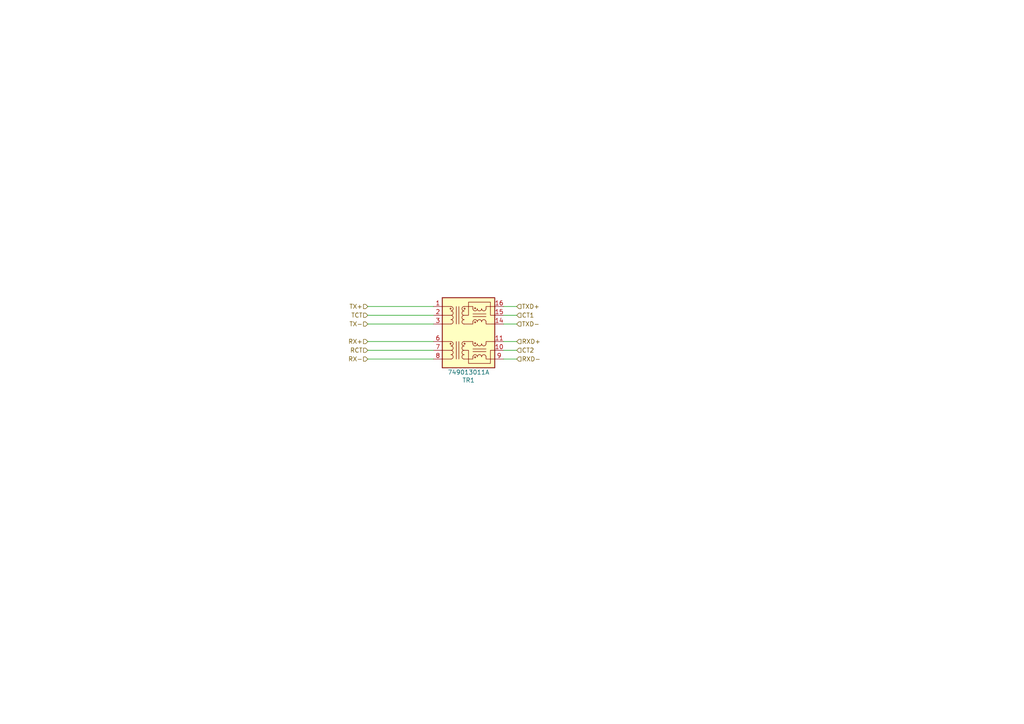
<source format=kicad_sch>
(kicad_sch (version 20211123) (generator eeschema)

  (uuid 6ca4859f-e306-4c4f-b4ac-83227a4424fb)

  (paper "A4")

  (lib_symbols
    (symbol "Transformer:PT61017PEL" (pin_names hide) (in_bom yes) (on_board yes)
      (property "Reference" "TR" (id 0) (at 0 10.795 0)
        (effects (font (size 1.27 1.27)))
      )
      (property "Value" "PT61017PEL" (id 1) (at 0 -10.795 0)
        (effects (font (size 1.27 1.27)))
      )
      (property "Footprint" "Transformer_SMD:Transformer_Ethernet_Bourns_PT61017PEL" (id 2) (at 0 -12.7 0)
        (effects (font (size 1.27 1.27)) hide)
      )
      (property "Datasheet" "https://www.bourns.com/docs/Product-Datasheets/PT61017PEL.pdf" (id 3) (at 0 -15.24 0)
        (effects (font (size 1.27 1.27)) hide)
      )
      (property "ki_keywords" "single port ethernet transformer poe center-tap" (id 4) (at 0 0 0)
        (effects (font (size 1.27 1.27)) hide)
      )
      (property "ki_description" "Ethernet LAN 10/100 Base-Tx Transformer with Center Taps" (id 5) (at 0 0 0)
        (effects (font (size 1.27 1.27)) hide)
      )
      (property "ki_fp_filters" "Transformer*Ethernet*Bourns*PT61017PEL*" (id 6) (at 0 0 0)
        (effects (font (size 1.27 1.27)) hide)
      )
      (symbol "PT61017PEL_0_1"
        (rectangle (start -7.62 10.16) (end 7.62 -10.16)
          (stroke (width 0.254) (type default) (color 0 0 0 0))
          (fill (type background))
        )
        (circle (center -5.207 3.175) (radius 0.1778)
          (stroke (width 0) (type default) (color 0 0 0 0))
          (fill (type none))
        )
        (arc (start -5.08 6.35) (mid -4.445 6.985) (end -5.08 7.62)
          (stroke (width 0) (type default) (color 0 0 0 0))
          (fill (type none))
        )
        (polyline
          (pts
            (xy -5.08 2.54)
            (xy -7.62 2.54)
          )
          (stroke (width 0) (type default) (color 0 0 0 0))
          (fill (type none))
        )
        (polyline
          (pts
            (xy -5.08 5.08)
            (xy -7.62 5.08)
          )
          (stroke (width 0) (type default) (color 0 0 0 0))
          (fill (type none))
        )
        (polyline
          (pts
            (xy -5.08 7.62)
            (xy -7.62 7.62)
          )
          (stroke (width 0) (type default) (color 0 0 0 0))
          (fill (type none))
        )
        (polyline
          (pts
            (xy -3.556 -2.54)
            (xy -3.556 -7.62)
          )
          (stroke (width 0) (type default) (color 0 0 0 0))
          (fill (type none))
        )
        (polyline
          (pts
            (xy -3.556 2.54)
            (xy -3.556 7.62)
          )
          (stroke (width 0) (type default) (color 0 0 0 0))
          (fill (type none))
        )
        (polyline
          (pts
            (xy -2.794 -7.62)
            (xy -2.794 -2.54)
          )
          (stroke (width 0) (type default) (color 0 0 0 0))
          (fill (type none))
        )
        (polyline
          (pts
            (xy -2.794 7.62)
            (xy -2.794 2.54)
          )
          (stroke (width 0) (type default) (color 0 0 0 0))
          (fill (type none))
        )
        (polyline
          (pts
            (xy 1.27 4.699)
            (xy 5.08 4.699)
          )
          (stroke (width 0) (type default) (color 0 0 0 0))
          (fill (type none))
        )
        (polyline
          (pts
            (xy 1.27 5.461)
            (xy 5.08 5.461)
          )
          (stroke (width 0) (type default) (color 0 0 0 0))
          (fill (type none))
        )
        (polyline
          (pts
            (xy -1.27 2.54)
            (xy 1.27 2.54)
            (xy 1.27 3.175)
          )
          (stroke (width 0) (type default) (color 0 0 0 0))
          (fill (type none))
        )
        (polyline
          (pts
            (xy 1.27 6.985)
            (xy 1.27 7.62)
            (xy -1.27 7.62)
          )
          (stroke (width 0) (type default) (color 0 0 0 0))
          (fill (type none))
        )
        (polyline
          (pts
            (xy 5.08 3.175)
            (xy 5.08 2.54)
            (xy 7.62 2.54)
          )
          (stroke (width 0) (type default) (color 0 0 0 0))
          (fill (type none))
        )
        (polyline
          (pts
            (xy 5.08 6.985)
            (xy 5.08 7.62)
            (xy 7.62 7.62)
          )
          (stroke (width 0) (type default) (color 0 0 0 0))
          (fill (type none))
        )
        (polyline
          (pts
            (xy -1.27 5.08)
            (xy 0 5.08)
            (xy 0 8.89)
            (xy 6.35 8.89)
            (xy 6.35 5.08)
            (xy 7.62 5.08)
          )
          (stroke (width 0) (type default) (color 0 0 0 0))
          (fill (type none))
        )
      )
      (symbol "PT61017PEL_1_1"
        (circle (center -5.207 -6.985) (radius 0.1778)
          (stroke (width 0) (type default) (color 0 0 0 0))
          (fill (type none))
        )
        (arc (start -5.08 -7.62) (mid -4.445 -6.985) (end -5.08 -6.35)
          (stroke (width 0) (type default) (color 0 0 0 0))
          (fill (type none))
        )
        (arc (start -5.08 -6.35) (mid -4.445 -5.715) (end -5.08 -5.08)
          (stroke (width 0) (type default) (color 0 0 0 0))
          (fill (type none))
        )
        (arc (start -5.08 -5.08) (mid -4.445 -4.445) (end -5.08 -3.81)
          (stroke (width 0) (type default) (color 0 0 0 0))
          (fill (type none))
        )
        (arc (start -5.08 -3.81) (mid -4.445 -3.175) (end -5.08 -2.54)
          (stroke (width 0) (type default) (color 0 0 0 0))
          (fill (type none))
        )
        (arc (start -5.08 2.54) (mid -4.445 3.175) (end -5.08 3.81)
          (stroke (width 0) (type default) (color 0 0 0 0))
          (fill (type none))
        )
        (arc (start -5.08 3.81) (mid -4.445 4.445) (end -5.08 5.08)
          (stroke (width 0) (type default) (color 0 0 0 0))
          (fill (type none))
        )
        (arc (start -5.08 5.08) (mid -4.445 5.715) (end -5.08 6.35)
          (stroke (width 0) (type default) (color 0 0 0 0))
          (fill (type none))
        )
        (arc (start -1.27 -6.35) (mid -1.905 -6.985) (end -1.27 -7.62)
          (stroke (width 0) (type default) (color 0 0 0 0))
          (fill (type none))
        )
        (arc (start -1.27 -5.08) (mid -1.905 -5.715) (end -1.27 -6.35)
          (stroke (width 0) (type default) (color 0 0 0 0))
          (fill (type none))
        )
        (arc (start -1.27 -3.81) (mid -1.905 -4.445) (end -1.27 -5.08)
          (stroke (width 0) (type default) (color 0 0 0 0))
          (fill (type none))
        )
        (arc (start -1.27 -2.54) (mid -1.905 -3.175) (end -1.27 -3.81)
          (stroke (width 0) (type default) (color 0 0 0 0))
          (fill (type none))
        )
        (arc (start -1.27 3.81) (mid -1.905 3.175) (end -1.27 2.54)
          (stroke (width 0) (type default) (color 0 0 0 0))
          (fill (type none))
        )
        (arc (start -1.27 5.08) (mid -1.905 4.445) (end -1.27 3.81)
          (stroke (width 0) (type default) (color 0 0 0 0))
          (fill (type none))
        )
        (arc (start -1.27 6.35) (mid -1.905 5.715) (end -1.27 5.08)
          (stroke (width 0) (type default) (color 0 0 0 0))
          (fill (type none))
        )
        (arc (start -1.27 7.62) (mid -1.905 6.985) (end -1.27 6.35)
          (stroke (width 0) (type default) (color 0 0 0 0))
          (fill (type none))
        )
        (circle (center -1.143 -6.985) (radius 0.1778)
          (stroke (width 0) (type default) (color 0 0 0 0))
          (fill (type none))
        )
        (circle (center -1.143 3.175) (radius 0.1778)
          (stroke (width 0) (type default) (color 0 0 0 0))
          (fill (type none))
        )
        (polyline
          (pts
            (xy -5.08 -7.62)
            (xy -7.62 -7.62)
          )
          (stroke (width 0) (type default) (color 0 0 0 0))
          (fill (type none))
        )
        (polyline
          (pts
            (xy -5.08 -5.08)
            (xy -7.62 -5.08)
          )
          (stroke (width 0) (type default) (color 0 0 0 0))
          (fill (type none))
        )
        (polyline
          (pts
            (xy -5.08 -2.54)
            (xy -7.62 -2.54)
          )
          (stroke (width 0) (type default) (color 0 0 0 0))
          (fill (type none))
        )
        (polyline
          (pts
            (xy 1.27 -5.461)
            (xy 5.08 -5.461)
          )
          (stroke (width 0) (type default) (color 0 0 0 0))
          (fill (type none))
        )
        (polyline
          (pts
            (xy 1.27 -4.699)
            (xy 5.08 -4.699)
          )
          (stroke (width 0) (type default) (color 0 0 0 0))
          (fill (type none))
        )
        (polyline
          (pts
            (xy -1.27 -7.62)
            (xy 1.27 -7.62)
            (xy 1.27 -6.985)
          )
          (stroke (width 0) (type default) (color 0 0 0 0))
          (fill (type none))
        )
        (polyline
          (pts
            (xy 1.27 -3.175)
            (xy 1.27 -2.54)
            (xy -1.27 -2.54)
          )
          (stroke (width 0) (type default) (color 0 0 0 0))
          (fill (type none))
        )
        (polyline
          (pts
            (xy 5.08 -6.985)
            (xy 5.08 -7.62)
            (xy 7.62 -7.62)
          )
          (stroke (width 0) (type default) (color 0 0 0 0))
          (fill (type none))
        )
        (polyline
          (pts
            (xy 5.08 -3.175)
            (xy 5.08 -2.54)
            (xy 7.62 -2.54)
          )
          (stroke (width 0) (type default) (color 0 0 0 0))
          (fill (type none))
        )
        (polyline
          (pts
            (xy 7.62 -5.08)
            (xy 6.35 -5.08)
            (xy 6.35 -8.89)
            (xy 0 -8.89)
            (xy 0 -5.08)
            (xy -1.27 -5.08)
          )
          (stroke (width 0) (type default) (color 0 0 0 0))
          (fill (type none))
        )
        (arc (start 1.27 -3.175) (mid 1.905 -3.81) (end 2.54 -3.175)
          (stroke (width 0) (type default) (color 0 0 0 0))
          (fill (type none))
        )
        (arc (start 1.27 6.985) (mid 1.905 6.35) (end 2.54 6.985)
          (stroke (width 0) (type default) (color 0 0 0 0))
          (fill (type none))
        )
        (circle (center 1.905 -7.112) (radius 0.1778)
          (stroke (width 0) (type default) (color 0 0 0 0))
          (fill (type none))
        )
        (circle (center 1.905 -3.048) (radius 0.1778)
          (stroke (width 0) (type default) (color 0 0 0 0))
          (fill (type none))
        )
        (circle (center 1.905 3.048) (radius 0.1778)
          (stroke (width 0) (type default) (color 0 0 0 0))
          (fill (type none))
        )
        (circle (center 1.905 7.112) (radius 0.1778)
          (stroke (width 0) (type default) (color 0 0 0 0))
          (fill (type none))
        )
        (arc (start 2.54 -6.985) (mid 1.905 -6.35) (end 1.27 -6.985)
          (stroke (width 0) (type default) (color 0 0 0 0))
          (fill (type none))
        )
        (arc (start 2.54 -3.175) (mid 3.175 -3.81) (end 3.81 -3.175)
          (stroke (width 0) (type default) (color 0 0 0 0))
          (fill (type none))
        )
        (arc (start 2.54 3.175) (mid 1.905 3.81) (end 1.27 3.175)
          (stroke (width 0) (type default) (color 0 0 0 0))
          (fill (type none))
        )
        (arc (start 2.54 6.985) (mid 3.175 6.35) (end 3.81 6.985)
          (stroke (width 0) (type default) (color 0 0 0 0))
          (fill (type none))
        )
        (arc (start 3.81 -6.985) (mid 3.175 -6.35) (end 2.54 -6.985)
          (stroke (width 0) (type default) (color 0 0 0 0))
          (fill (type none))
        )
        (arc (start 3.81 -3.175) (mid 4.445 -3.81) (end 5.08 -3.175)
          (stroke (width 0) (type default) (color 0 0 0 0))
          (fill (type none))
        )
        (arc (start 3.81 3.175) (mid 3.175 3.81) (end 2.54 3.175)
          (stroke (width 0) (type default) (color 0 0 0 0))
          (fill (type none))
        )
        (arc (start 3.81 6.985) (mid 4.445 6.35) (end 5.08 6.985)
          (stroke (width 0) (type default) (color 0 0 0 0))
          (fill (type none))
        )
        (arc (start 5.08 -6.985) (mid 4.445 -6.35) (end 3.81 -6.985)
          (stroke (width 0) (type default) (color 0 0 0 0))
          (fill (type none))
        )
        (arc (start 5.08 3.175) (mid 4.445 3.81) (end 3.81 3.175)
          (stroke (width 0) (type default) (color 0 0 0 0))
          (fill (type none))
        )
        (pin passive line (at -10.16 -7.62 0) (length 2.54)
          (name "TD+" (effects (font (size 1.27 1.27))))
          (number "1" (effects (font (size 1.27 1.27))))
        )
        (pin passive line (at 10.16 5.08 180) (length 2.54)
          (name "C_RX" (effects (font (size 1.27 1.27))))
          (number "10" (effects (font (size 1.27 1.27))))
        )
        (pin passive line (at 10.16 2.54 180) (length 2.54)
          (name "RX+" (effects (font (size 1.27 1.27))))
          (number "11" (effects (font (size 1.27 1.27))))
        )
        (pin passive line (at 10.16 -2.54 180) (length 2.54)
          (name "TX-" (effects (font (size 1.27 1.27))))
          (number "14" (effects (font (size 1.27 1.27))))
        )
        (pin passive line (at 10.16 -5.08 180) (length 2.54)
          (name "C_TX" (effects (font (size 1.27 1.27))))
          (number "15" (effects (font (size 1.27 1.27))))
        )
        (pin passive line (at 10.16 -7.62 180) (length 2.54)
          (name "TX+" (effects (font (size 1.27 1.27))))
          (number "16" (effects (font (size 1.27 1.27))))
        )
        (pin passive line (at -10.16 -5.08 0) (length 2.54)
          (name "C_TD" (effects (font (size 1.27 1.27))))
          (number "2" (effects (font (size 1.27 1.27))))
        )
        (pin passive line (at -10.16 -2.54 0) (length 2.54)
          (name "TD-" (effects (font (size 1.27 1.27))))
          (number "3" (effects (font (size 1.27 1.27))))
        )
        (pin passive line (at -10.16 2.54 0) (length 2.54)
          (name "RD+" (effects (font (size 1.27 1.27))))
          (number "6" (effects (font (size 1.27 1.27))))
        )
        (pin passive line (at -10.16 5.08 0) (length 2.54)
          (name "C_RD" (effects (font (size 1.27 1.27))))
          (number "7" (effects (font (size 1.27 1.27))))
        )
        (pin passive line (at -10.16 7.62 0) (length 2.54)
          (name "RD-" (effects (font (size 1.27 1.27))))
          (number "8" (effects (font (size 1.27 1.27))))
        )
        (pin passive line (at 10.16 7.62 180) (length 2.54)
          (name "RX-" (effects (font (size 1.27 1.27))))
          (number "9" (effects (font (size 1.27 1.27))))
        )
      )
    )
  )


  (wire (pts (xy 146.05 104.14) (xy 149.86 104.14))
    (stroke (width 0) (type default) (color 0 0 0 0))
    (uuid 069c2085-d6c9-4c7b-9272-5434bf22ed27)
  )
  (wire (pts (xy 146.05 88.9) (xy 149.86 88.9))
    (stroke (width 0) (type default) (color 0 0 0 0))
    (uuid 29596437-5be8-448e-b51b-fd5ce6e79adf)
  )
  (wire (pts (xy 106.68 91.44) (xy 125.73 91.44))
    (stroke (width 0) (type default) (color 0 0 0 0))
    (uuid 2f63ac7b-643a-40ef-847c-e450bf4e4cf9)
  )
  (wire (pts (xy 146.05 93.98) (xy 149.86 93.98))
    (stroke (width 0) (type default) (color 0 0 0 0))
    (uuid 3219cce4-e9f4-45d2-bf6b-07868df99225)
  )
  (wire (pts (xy 106.68 99.06) (xy 125.73 99.06))
    (stroke (width 0) (type default) (color 0 0 0 0))
    (uuid 3d7bfa5d-dd23-4ebc-89bc-58c618210e9d)
  )
  (wire (pts (xy 106.68 101.6) (xy 125.73 101.6))
    (stroke (width 0) (type default) (color 0 0 0 0))
    (uuid 503ddebe-4e41-4f6f-a994-3466b01762f0)
  )
  (wire (pts (xy 146.05 91.44) (xy 149.86 91.44))
    (stroke (width 0) (type default) (color 0 0 0 0))
    (uuid 810fb713-77d5-4d39-b0f8-9cb385bc6304)
  )
  (wire (pts (xy 106.68 88.9) (xy 125.73 88.9))
    (stroke (width 0) (type default) (color 0 0 0 0))
    (uuid 89feeb15-47bf-45a2-b48a-8f4821572672)
  )
  (wire (pts (xy 146.05 101.6) (xy 149.86 101.6))
    (stroke (width 0) (type default) (color 0 0 0 0))
    (uuid 9bedab97-19e7-47ef-a642-58bf65d93983)
  )
  (wire (pts (xy 106.68 104.14) (xy 125.73 104.14))
    (stroke (width 0) (type default) (color 0 0 0 0))
    (uuid b24c12f1-eaed-4a5c-ad17-b4ac410c0cad)
  )
  (wire (pts (xy 106.68 93.98) (xy 125.73 93.98))
    (stroke (width 0) (type default) (color 0 0 0 0))
    (uuid de1a5d65-03bf-4f53-98c3-5eb0f5a17872)
  )
  (wire (pts (xy 146.05 99.06) (xy 149.86 99.06))
    (stroke (width 0) (type default) (color 0 0 0 0))
    (uuid f80b083c-820d-456a-b284-57967451c60d)
  )

  (hierarchical_label "TXD+" (shape input) (at 149.86 88.9 0)
    (effects (font (size 1.27 1.27)) (justify left))
    (uuid 05ea0e36-b653-4106-931e-3245ed2f8b5f)
  )
  (hierarchical_label "RXD-" (shape input) (at 149.86 104.14 0)
    (effects (font (size 1.27 1.27)) (justify left))
    (uuid 1332e70f-e2a3-4395-987e-2960543fdb57)
  )
  (hierarchical_label "TX+" (shape input) (at 106.68 88.9 180)
    (effects (font (size 1.27 1.27)) (justify right))
    (uuid 1b59cb89-ab81-4fb5-9d09-6f87651fbfc2)
  )
  (hierarchical_label "TXD-" (shape input) (at 149.86 93.98 0)
    (effects (font (size 1.27 1.27)) (justify left))
    (uuid 33d0bc7b-f1f8-4915-ab42-0b3bfdadeeb9)
  )
  (hierarchical_label "TCT" (shape input) (at 106.68 91.44 180)
    (effects (font (size 1.27 1.27)) (justify right))
    (uuid 347e40bd-50a6-44d6-8724-e0592bcd3d1a)
  )
  (hierarchical_label "RX+" (shape input) (at 106.68 99.06 180)
    (effects (font (size 1.27 1.27)) (justify right))
    (uuid 4a8dd5dc-0f56-43c8-aacc-add4f5fd16bb)
  )
  (hierarchical_label "RXD+" (shape input) (at 149.86 99.06 0)
    (effects (font (size 1.27 1.27)) (justify left))
    (uuid 4cbdbf12-b6bf-4a64-b76c-f9acb69ad871)
  )
  (hierarchical_label "TX-" (shape input) (at 106.68 93.98 180)
    (effects (font (size 1.27 1.27)) (justify right))
    (uuid 5dc7684f-ff86-4d97-9141-96e7945a52a8)
  )
  (hierarchical_label "RX-" (shape input) (at 106.68 104.14 180)
    (effects (font (size 1.27 1.27)) (justify right))
    (uuid b50ce02c-6960-4715-bce9-8408668702f7)
  )
  (hierarchical_label "CT2" (shape input) (at 149.86 101.6 0)
    (effects (font (size 1.27 1.27)) (justify left))
    (uuid bcbf740b-4056-42ee-8c04-88842b33544a)
  )
  (hierarchical_label "CT1" (shape input) (at 149.86 91.44 0)
    (effects (font (size 1.27 1.27)) (justify left))
    (uuid cf3339e7-6a43-4920-81db-27a5f49f08b7)
  )
  (hierarchical_label "RCT" (shape input) (at 106.68 101.6 180)
    (effects (font (size 1.27 1.27)) (justify right))
    (uuid e0c13b5a-bac3-4f4a-a8c8-99e76971431e)
  )

  (symbol (lib_id "Transformer:PT61017PEL") (at 135.89 96.52 0) (mirror x) (unit 1)
    (in_bom yes) (on_board yes)
    (uuid 945b33c5-49a8-444d-b505-546d6d2125e5)
    (property "Reference" "TR1" (id 0) (at 135.89 110.2868 0))
    (property "Value" "749013011A" (id 1) (at 135.89 107.9754 0))
    (property "Footprint" "b099:749013011A" (id 2) (at 135.89 83.82 0)
      (effects (font (size 1.27 1.27)) hide)
    )
    (property "Datasheet" "https://www.bourns.com/docs/Product-Datasheets/PT61017PEL.pdf" (id 3) (at 118.11 105.41 0)
      (effects (font (size 1.27 1.27)) hide)
    )
    (property "Digi-Key_PN" "732-7063-1-ND" (id 4) (at 135.89 96.52 0)
      (effects (font (size 1.27 1.27)) hide)
    )
    (pin "1" (uuid 956ca8f9-576c-4efc-a337-d2a7cb45015c))
    (pin "10" (uuid 8d941b35-1fc0-4ef0-a2dc-08d17a4da7d4))
    (pin "11" (uuid 67d465be-8094-4b9b-97aa-6a71cc4af5af))
    (pin "14" (uuid 1f1b11c5-19d5-460a-adf1-f21f0f3c2e19))
    (pin "15" (uuid 07c8c117-0d64-412f-b2f0-1b92a87b9f7b))
    (pin "16" (uuid c3104a23-2dcc-464e-9c6d-06e2c410ccbc))
    (pin "2" (uuid c79bb63a-94ca-4a33-ab66-985bf9583eec))
    (pin "3" (uuid 938ee28e-52ed-48b7-870f-380f9b9ea542))
    (pin "6" (uuid 99879913-97b4-4503-bf6d-7ca22339277b))
    (pin "7" (uuid dd174ef8-ed2b-42e6-9145-e8c5ffe1f828))
    (pin "8" (uuid 7108ea9b-ed21-4dd8-bb97-b0c23f872a83))
    (pin "9" (uuid 86395de1-d72f-4dcc-aab0-beca2f67f080))
  )
)

</source>
